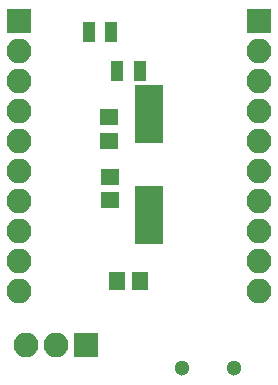
<source format=gbs>
%TF.GenerationSoftware,KiCad,Pcbnew,4.0.7*%
%TF.CreationDate,2019-09-16T14:18:56-03:00*%
%TF.ProjectId,pinguicaro,70696E6775696361726F2E6B69636164,rev?*%
%TF.FileFunction,Soldermask,Bot*%
%FSLAX46Y46*%
G04 Gerber Fmt 4.6, Leading zero omitted, Abs format (unit mm)*
G04 Created by KiCad (PCBNEW 4.0.7) date Mon Sep 16 14:18:56 2019*
%MOMM*%
%LPD*%
G01*
G04 APERTURE LIST*
%ADD10C,0.100000*%
%ADD11R,1.650000X1.400000*%
%ADD12R,1.400000X1.650000*%
%ADD13C,1.300000*%
%ADD14R,1.100000X1.700000*%
%ADD15R,2.400000X4.900000*%
%ADD16R,2.100000X2.100000*%
%ADD17O,2.100000X2.100000*%
G04 APERTURE END LIST*
D10*
D11*
X156200000Y-99600000D03*
X156200000Y-101600000D03*
X156250000Y-106600000D03*
X156250000Y-104600000D03*
D12*
X156850000Y-113475000D03*
X158850000Y-113475000D03*
D13*
X162375000Y-120825000D03*
X166775000Y-120825000D03*
D14*
X156900000Y-95650000D03*
X158800000Y-95650000D03*
X156400000Y-92400000D03*
X154500000Y-92400000D03*
D15*
X159600000Y-107850000D03*
X159600000Y-99350000D03*
D16*
X154300000Y-118825000D03*
D17*
X151760000Y-118825000D03*
X149220000Y-118825000D03*
D16*
X168910000Y-91440000D03*
D17*
X168910000Y-93980000D03*
X168910000Y-96520000D03*
X168910000Y-99060000D03*
X168910000Y-101600000D03*
X168910000Y-104140000D03*
X168910000Y-106680000D03*
X168910000Y-109220000D03*
X168910000Y-111760000D03*
X168910000Y-114300000D03*
D16*
X148590000Y-91440000D03*
D17*
X148590000Y-93980000D03*
X148590000Y-96520000D03*
X148590000Y-99060000D03*
X148590000Y-101600000D03*
X148590000Y-104140000D03*
X148590000Y-106680000D03*
X148590000Y-109220000D03*
X148590000Y-111760000D03*
X148590000Y-114300000D03*
M02*

</source>
